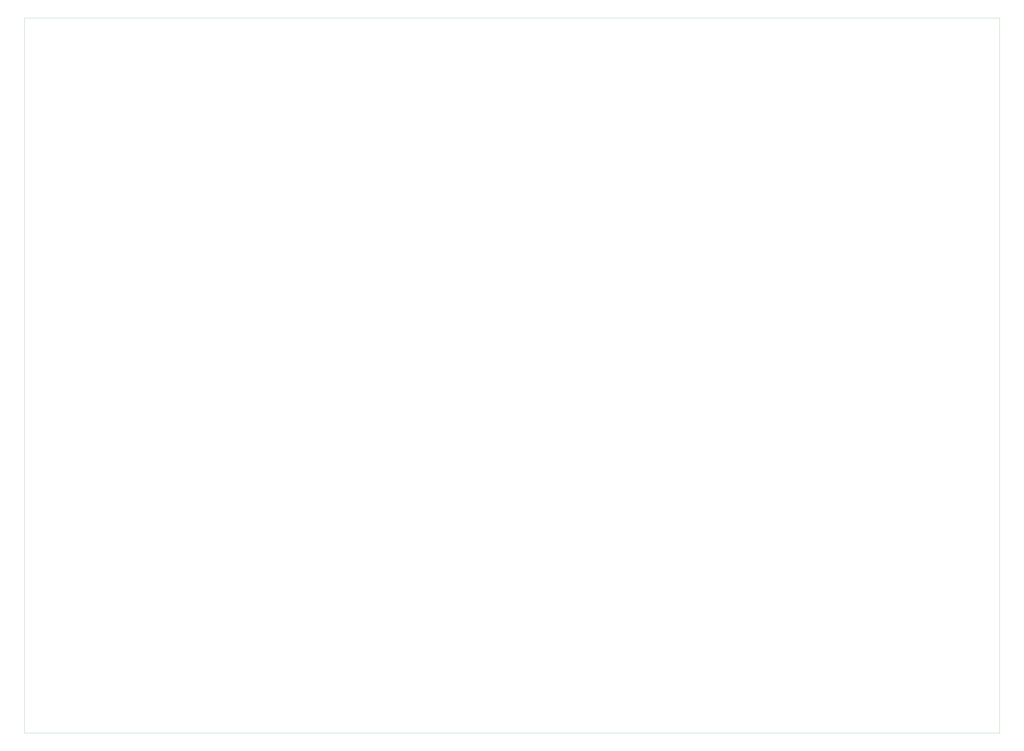
<source format=gbr>
%TF.GenerationSoftware,KiCad,Pcbnew,(6.99.0-3937-g3e53426b6c)*%
%TF.CreationDate,2025-03-10T01:13:03-04:00*%
%TF.ProjectId,AnalogFNN,416e616c-6f67-4464-9e4e-2e6b69636164,rev?*%
%TF.SameCoordinates,Original*%
%TF.FileFunction,Profile,NP*%
%FSLAX46Y46*%
G04 Gerber Fmt 4.6, Leading zero omitted, Abs format (unit mm)*
G04 Created by KiCad (PCBNEW (6.99.0-3937-g3e53426b6c)) date 2025-03-10 01:13:03*
%MOMM*%
%LPD*%
G01*
G04 APERTURE LIST*
%TA.AperFunction,Profile*%
%ADD10C,0.100000*%
%TD*%
G04 APERTURE END LIST*
D10*
X12000000Y-12000000D02*
X484400000Y-12000000D01*
X484400000Y-12000000D02*
X484400000Y-358500000D01*
X484400000Y-358500000D02*
X12000000Y-358500000D01*
X12000000Y-358500000D02*
X12000000Y-12000000D01*
M02*

</source>
